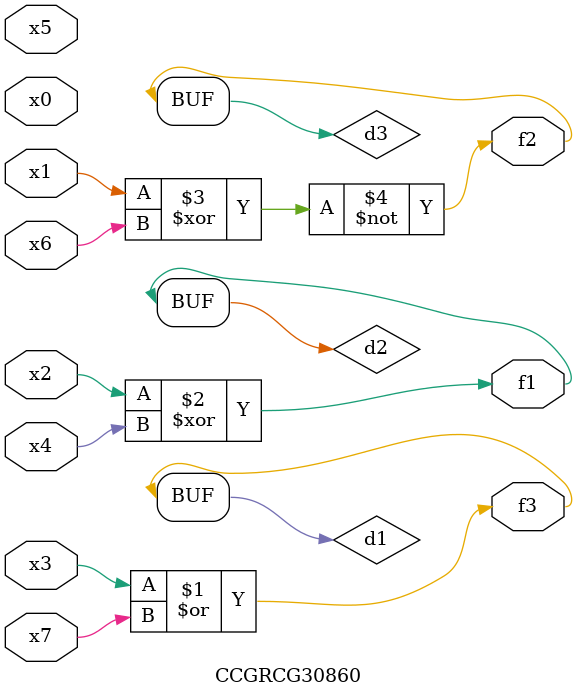
<source format=v>
module CCGRCG30860(
	input x0, x1, x2, x3, x4, x5, x6, x7,
	output f1, f2, f3
);

	wire d1, d2, d3;

	or (d1, x3, x7);
	xor (d2, x2, x4);
	xnor (d3, x1, x6);
	assign f1 = d2;
	assign f2 = d3;
	assign f3 = d1;
endmodule

</source>
